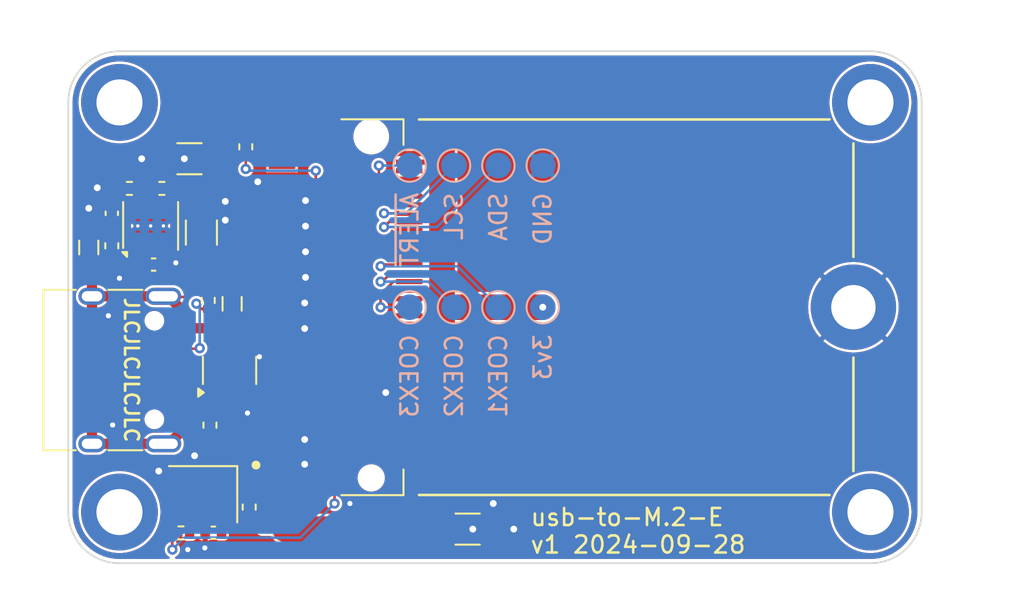
<source format=kicad_pcb>
(kicad_pcb (version 20240108) (generator "pcbnew") (generator_version "8.0")
  (layers (0 "F.Cu" signal) (31 "B.Cu" signal) (34 "B.Paste" user) (35 "F.Paste" user) (36 "B.SilkS" user "B.Silkscreen") (37 "F.SilkS" user "F.Silkscreen") (38 "B.Mask" user) (39 "F.Mask" user) (44 "Edge.Cuts" user))
  (net 0 "")
  (net 1 "Net-(U1-VP)")
  (net 2 "Net-(U2-VIN)")
  (net 3 "GND")
  (net 8 "/USB_D-")
  (net 9 "/USB_D+")
  (net 10 "Net-(J1-CC2)")
  (net 11 "Net-(J1-CC1)")
  (net 14 "Net-(J2-~{PERST0})")
  (net 15 "+3V3")
  (net 18 "Net-(J2-COEX3)")
  (net 23 "Net-(J2-I2C_DATA)")
  (net 26 "/SUSCLK")
  (net 31 "Net-(J2-COEX2)")
  (net 33 "Net-(J2-COEX1)")
  (net 42 "Net-(J2-~{ALERT})")
  (net 47 "Net-(J2-I2C_CLK)")
  (net 65 "Net-(X1-OUT)")
  (net 66 "Net-(U2-EN)")
  (net 67 "Net-(U2-FB)")
  (net 69 "Net-(U2-SS{slash}TR)")
  (net 72 "/USB_GND")
  (net 73 "Net-(X1-EN)")
  (footprint "local:JAE_SM3ZS067UxxM" (layer "F.Cu") (at 135 83 90)
    (property "Reference" "J2" (hide yes))
    (property "Value" "Bus_M.2_Socket_E")
    (fp_line (start 11.01 0) (end 11.01 3.64) (stroke (width 0.12)) (layer "F.SilkS"))
    (fp_line (start -11.01 0) (end -11.01 3.64) (stroke (width 0.12)) (layer "F.SilkS"))
    (fp_line (start 11.01 3.64) (end 9.51 3.64) (stroke (width 0.12)) (layer "F.SilkS"))
    (fp_line (start -11.01 3.64) (end -9.51 3.64) (stroke (width 0.12)) (layer "F.SilkS"))
    (fp_circle (center -9.25 -5) (end -9.05 -5) (stroke (width 0.12)) (fill solid) (layer "F.SilkS"))
    (pad "" np_thru_hole circle (at -10 1.75 90) (size 1.1 1.1) (drill 1.1) (layers "F&B.Cu" "*.Mask"))
    (pad "" np_thru_hole circle (at 10 1.75 90) (size 1.6 1.6) (drill 1.6) (layers "F&B.Cu" "*.Mask"))
    (pad "1" smd rect (at -9.25 -3.475 90) (size 0.3 1.55) (layers "F.Cu" "F.Paste" "F.Mask") (net 3 "GND"))
    (pad "2" smd rect (at -9 3.975 90) (size 0.3 1.55) (layers "F.Cu" "F.Paste" "F.Mask") (net 15 "+3V3"))
    (pad "3" smd rect (at -8.75 -3.475 90) (size 0.3 1.55) (layers "F.Cu" "F.Paste" "F.Mask") (net 9 "/USB_D+"))
    (pad "4" smd rect (at -8.5 3.975 90) (size 0.3 1.55) (layers "F.Cu" "F.Paste" "F.Mask") (net 15 "+3V3"))
    (pad "5" smd rect (at -8.25 -3.475 90) (size 0.3 1.55) (layers "F.Cu" "F.Paste" "F.Mask") (net 8 "/USB_D-"))
    (pad "6" smd rect (at -8 3.975 90) (size 0.3 1.55) (layers "F.Cu" "F.Paste" "F.Mask"))
    (pad "7" smd rect (at -7.75 -3.475 90) (size 0.3 1.55) (layers "F.Cu" "F.Paste" "F.Mask") (net 3 "GND"))
    (pad "8" smd rect (at -7.5 3.975 90) (size 0.3 1.55) (layers "F.Cu" "F.Paste" "F.Mask"))
    (pad "9" smd rect (at -7.25 -3.475 90) (size 0.3 1.55) (layers "F.Cu" "F.Paste" "F.Mask"))
    (pad "10" smd rect (at -7 3.975 90) (size 0.3 1.55) (layers "F.Cu" "F.Paste" "F.Mask"))
    (pad "11" smd rect (at -6.75 -3.475 90) (size 0.3 1.55) (layers "F.Cu" "F.Paste" "F.Mask"))
    (pad "12" smd rect (at -6.5 3.975 90) (size 0.3 1.55) (layers "F.Cu" "F.Paste" "F.Mask"))
    (pad "13" smd rect (at -6.25 -3.475 90) (size 0.3 1.55) (layers "F.Cu" "F.Paste" "F.Mask"))
    (pad "14" smd rect (at -6 3.975 90) (size 0.3 1.55) (layers "F.Cu" "F.Paste" "F.Mask"))
    (pad "15" smd rect (at -5.75 -3.475 90) (size 0.3 1.55) (layers "F.Cu" "F.Paste" "F.Mask"))
    (pad "16" smd rect (at -5.5 3.975 90) (size 0.3 1.55) (layers "F.Cu" "F.Paste" "F.Mask"))
    (pad "17" smd rect (at -5.25 -3.475 90) (size 0.3 1.55) (layers "F.Cu" "F.Paste" "F.Mask"))
    (pad "18" smd rect (at -5 3.975 90) (size 0.3 1.55) (layers "F.Cu" "F.Paste" "F.Mask") (net 3 "GND"))
    (pad "19" smd rect (at -4.75 -3.475 90) (size 0.3 1.55) (layers "F.Cu" "F.Paste" "F.Mask"))
    (pad "20" smd rect (at -4.5 3.975 90) (size 0.3 1.55) (layers "F.Cu" "F.Paste" "F.Mask"))
    (pad "21" smd rect (at -4.25 -3.475 90) (size 0.3 1.55) (layers "F.Cu" "F.Paste" "F.Mask"))
    (pad "22" smd rect (at -4 3.975 90) (size 0.3 1.55) (layers "F.Cu" "F.Paste" "F.Mask"))
    (pad "23" smd rect (at -3.75 -3.475 90) (size 0.3 1.55) (layers "F.Cu" "F.Paste" "F.Mask"))
    (pad "24" smd rect (at -3.5 3.975 90) (size 0.3 1.55) (layers "F.Cu" "F.Paste" "F.Mask"))
    (pad "25" smd rect (at -3.25 -3.475 90) (size 0.3 1.55) (layers "F.Cu" "F.Paste" "F.Mask"))
    (pad "26" smd rect (at -3 3.975 90) (size 0.3 1.55) (layers "F.Cu" "F.Paste" "F.Mask"))
    (pad "27" smd rect (at -2.75 -3.475 90) (size 0.3 1.55) (layers "F.Cu" "F.Paste" "F.Mask"))
    (pad "28" smd rect (at -2.5 3.975 90) (size 0.3 1.55) (layers "F.Cu" "F.Paste" "F.Mask"))
    (pad "29" smd rect (at -2.25 -3.475 90) (size 0.3 1.55) (layers "F.Cu" "F.Paste" "F.Mask"))
    (pad "30" smd rect (at -2 3.975 90) (size 0.3 1.55) (layers "F.Cu" "F.Paste" "F.Mask"))
    (pad "31" smd rect (at -1.75 -3.475 90) (size 0.3 1.55) (layers "F.Cu" "F.Paste" "F.Mask"))
    (pad "32" smd rect (at -1.5 3.975 90) (size 0.3 1.55) (layers "F.Cu" "F.Paste" "F.Mask"))
    (pad "33" smd rect (at -1.25 -3.475 90) (size 0.3 1.55) (layers "F.Cu" "F.Paste" "F.Mask") (net 3 "GND"))
    (pad "34" smd rect (at -1 3.975 90) (size 0.3 1.55) (layers "F.Cu" "F.Paste" "F.Mask"))
    (pad "35" smd rect (at -0.75 -3.475 90) (size 0.3 1.55) (layers "F.Cu" "F.Paste" "F.Mask"))
    (pad "36" smd rect (at -0.5 3.975 90) (size 0.3 1.55) (layers "F.Cu" "F.Paste" "F.Mask"))
    (pad "37" smd rect (at -0.25 -3.475 90) (size 0.3 1.55) (layers "F.Cu" "F.Paste" "F.Mask"))
    (pad "38" smd rect (at 0 3.975 90) (size 0.3 1.55) (layers "F.Cu" "F.Paste" "F.Mask"))
    (pad "39" smd rect (at 0.25 -3.475 90) (size 0.3 1.55) (layers "F.Cu" "F.Paste" "F.Mask") (net 3 "GND"))
    (pad "40" smd rect (at 0.5 3.975 90) (size 0.3 1.55) (layers "F.Cu" "F.Paste" "F.Mask"))
    (pad "41" smd rect (at 0.75 -3.475 90) (size 0.3 1.55) (layers "F.Cu" "F.Paste" "F.Mask"))
    (pad "42" smd rect (at 1 3.975 90) (size 0.3 1.55) (layers "F.Cu" "F.Paste" "F.Mask"))
    (pad "43" smd rect (at 1.25 -3.475 90) (size 0.3 1.55) (layers "F.Cu" "F.Paste" "F.Mask"))
    (pad "44" smd rect (at 1.5 3.975 90) (size 0.3 1.55) (layers "F.Cu" "F.Paste" "F.Mask") (net 18 "Net-(J2-COEX3)"))
    (pad "45" smd rect (at 1.75 -3.475 90) (size 0.3 1.55) (layers "F.Cu" "F.Paste" "F.Mask") (net 3 "GND"))
    (pad "46" smd rect (at 2 3.975 90) (size 0.3 1.55) (layers "F.Cu" "F.Paste" "F.Mask") (net 31 "Net-(J2-COEX2)"))
    (pad "47" smd rect (at 2.25 -3.475 90) (size 0.3 1.55) (layers "F.Cu" "F.Paste" "F.Mask"))
    (pad "48" smd rect (at 2.5 3.975 90) (size 0.3 1.55) (layers "F.Cu" "F.Paste" "F.Mask") (net 33 "Net-(J2-COEX1)"))
    (pad "49" smd rect (at 2.75 -3.475 90) (size 0.3 1.55) (layers "F.Cu" "F.Paste" "F.Mask"))
    (pad "50" smd rect (at 3 3.975 90) (size 0.3 1.55) (layers "F.Cu" "F.Paste" "F.Mask") (net 26 "/SUSCLK"))
    (pad "51" smd rect (at 3.25 -3.475 90) (size 0.3 1.55) (layers "F.Cu" "F.Paste" "F.Mask") (net 3 "GND"))
    (pad "52" smd rect (at 3.5 3.975 90) (size 0.3 1.55) (layers "F.Cu" "F.Paste" "F.Mask") (net 14 "Net-(J2-~{PERST0})"))
    (pad "53" smd rect (at 3.75 -3.475 90) (size 0.3 1.55) (layers "F.Cu" "F.Paste" "F.Mask"))
    (pad "54" smd rect (at 4 3.975 90) (size 0.3 1.55) (layers "F.Cu" "F.Paste" "F.Mask"))
    (pad "55" smd rect (at 4.25 -3.475 90) (size 0.3 1.55) (layers "F.Cu" "F.Paste" "F.Mask"))
    (pad "56" smd rect (at 4.5 3.975 90) (size 0.3 1.55) (layers "F.Cu" "F.Paste" "F.Mask"))
    (pad "57" smd rect (at 4.75 -3.475 90) (size 0.3 1.55) (layers "F.Cu" "F.Paste" "F.Mask") (net 3 "GND"))
    (pad "58" smd rect (at 5 3.975 90) (size 0.3 1.55) (layers "F.Cu" "F.Paste" "F.Mask") (net 23 "Net-(J2-I2C_DATA)"))
    (pad "59" smd rect (at 5.25 -3.475 90) (size 0.3 1.55) (layers "F.Cu" "F.Paste" "F.Mask"))
    (pad "60" smd rect (at 5.5 3.975 90) (size 0.3 1.55) (layers "F.Cu" "F.Paste" "F.Mask") (net 47 "Net-(J2-I2C_CLK)"))
    (pad "61" smd rect (at 5.75 -3.475 90) (size 0.3 1.55) (layers "F.Cu" "F.Paste" "F.Mask"))
    (pad "62" smd rect (at 6 3.975 90) (size 0.3 1.55) (layers "F.Cu" "F.Paste" "F.Mask") (net 42 "Net-(J2-~{ALERT})"))
    (pad "63" smd rect (at 6.25 -3.475 90) (size 0.3 1.55) (layers "F.Cu" "F.Paste" "F.Mask") (net 3 "GND"))
    (pad "64" smd rect (at 6.5 3.975 90) (size 0.3 1.55) (layers "F.Cu" "F.Paste" "F.Mask"))
    (pad "65" smd rect (at 6.75 -3.475 90) (size 0.3 1.55) (layers "F.Cu" "F.Paste" "F.Mask"))
    (pad "66" smd rect (at 7 3.975 90) (size 0.3 1.55) (layers "F.Cu" "F.Paste" "F.Mask"))
    (pad "67" smd rect (at 7.25 -3.475 90) (size 0.3 1.55) (layers "F.Cu" "F.Paste" "F.Mask"))
    (pad "68" smd rect (at 7.5 3.975 90) (size 0.3 1.55) (layers "F.Cu" "F.Paste" "F.Mask"))
    (pad "69" smd rect (at 7.75 -3.475 90) (size 0.3 1.55) (layers "F.Cu" "F.Paste" "F.Mask") (net 3 "GND"))
    (pad "70" smd rect (at 8 3.975 90) (size 0.3 1.55) (layers "F.Cu" "F.Paste" "F.Mask"))
    (pad "71" smd rect (at 8.25 -3.475 90) (size 0.3 1.55) (layers "F.Cu" "F.Paste" "F.Mask"))
    (pad "72" smd rect (at 8.5 3.975 90) (size 0.3 1.55) (layers "F.Cu" "F.Paste" "F.Mask") (net 15 "+3V3"))
    (pad "73" smd rect (at 8.75 -3.475 90) (size 0.3 1.55) (layers "F.Cu" "F.Paste" "F.Mask"))
    (pad "74" smd rect (at 9 3.975 90) (size 0.3 1.55) (layers "F.Cu" "F.Paste" "F.Mask") (net 15 "+3V3"))
    (pad "75" smd rect (at 9.25 -3.475 90) (size 0.3 1.55) (layers "F.Cu" "F.Paste" "F.Mask") (net 3 "GND"))
    (pad "MP" smd rect (at -10.35 -2.75 90) (size 1.2 2.75) (layers "F.Cu" "F.Paste" "F.Mask"))
    (pad "MP" smd rect (at 10.35 -2.75 90) (size 1.2 2.75) (layers "F.Cu" "F.Paste" "F.Mask"))
  )
  (footprint "Capacitor_SMD:C_0402_1005Metric" (layer "F.Cu") (at 121.55 77.5 -90)
    (property "Reference" "C4" (hide yes))
    (property "Value" "100n")
    (fp_line (start -0.107836 0.36) (end 0.107836 0.36) (stroke (width 0.12)) (layer "F.SilkS"))
    (fp_line (start -0.107836 -0.36) (end 0.107836 -0.36) (stroke (width 0.12)) (layer "F.SilkS"))
    (pad "1" smd roundrect (at -0.48 0 270) (size 0.56 0.62) (layers "F.Cu" "F.Paste" "F.Mask") (net 69 "Net-(U2-SS{slash}TR)"))
    (pad "2" smd roundrect (at 0.48 0 270) (size 0.56 0.62) (layers "F.Cu" "F.Paste" "F.Mask") (net 3 "GND"))
  )
  (footprint "Resistor_SMD:R_0402_1005Metric" (layer "F.Cu") (at 125.6 96.22 180)
    (property "Reference" "R4" (hide yes))
    (property "Value" "33R")
    (fp_line (start -0.153641 0.38) (end 0.153641 0.38) (stroke (width 0.12)) (layer "F.SilkS"))
    (fp_line (start -0.153641 -0.38) (end 0.153641 -0.38) (stroke (width 0.12)) (layer "F.SilkS"))
    (pad "1" smd roundrect (at -0.51 0 180) (size 0.54 0.64) (layers "F.Cu" "F.Paste" "F.Mask") (net 65 "Net-(X1-OUT)"))
    (pad "2" smd roundrect (at 0.51 0 180) (size 0.54 0.64) (layers "F.Cu" "F.Paste" "F.Mask") (net 26 "/SUSCLK"))
  )
  (footprint "Resistor_SMD:R_0402_1005Metric" (layer "F.Cu") (at 124.485 76.0375 180)
    (property "Reference" "R6" (hide yes))
    (property "Value" "75k")
    (fp_line (start -0.153641 0.38) (end 0.153641 0.38) (stroke (width 0.12)) (layer "F.SilkS"))
    (fp_line (start -0.153641 -0.38) (end 0.153641 -0.38) (stroke (width 0.12)) (layer "F.SilkS"))
    (pad "1" smd roundrect (at -0.51 0 180) (size 0.54 0.64) (layers "F.Cu" "F.Paste" "F.Mask") (net 15 "+3V3"))
    (pad "2" smd roundrect (at 0.51 0 180) (size 0.54 0.64) (layers "F.Cu" "F.Paste" "F.Mask") (net 67 "Net-(U2-FB)"))
  )
  (footprint "Resistor_SMD:R_0402_1005Metric" (layer "F.Cu") (at 121.55 79.4 90)
    (property "Reference" "R5" (hide yes))
    (property "Value" "10k")
    (fp_line (start -0.153641 -0.38) (end 0.153641 -0.38) (stroke (width 0.12)) (layer "F.SilkS"))
    (fp_line (start -0.153641 0.38) (end 0.153641 0.38) (stroke (width 0.12)) (layer "F.SilkS"))
    (pad "1" smd roundrect (at -0.51 0 90) (size 0.54 0.64) (layers "F.Cu" "F.Paste" "F.Mask") (net 2 "Net-(U2-VIN)"))
    (pad "2" smd roundrect (at 0.51 0 90) (size 0.54 0.64) (layers "F.Cu" "F.Paste" "F.Mask") (net 66 "Net-(U2-EN)"))
  )
  (footprint "Resistor_SMD:R_0402_1005Metric" (layer "F.Cu") (at 129.6 94.71 90)
    (property "Reference" "R3" (hide yes))
    (property "Value" "10k")
    (fp_line (start -0.153641 -0.38) (end 0.153641 -0.38) (stroke (width 0.12)) (layer "F.SilkS"))
    (fp_line (start -0.153641 0.38) (end 0.153641 0.38) (stroke (width 0.12)) (layer "F.SilkS"))
    (pad "1" smd roundrect (at -0.51 0 90) (size 0.54 0.64) (layers "F.Cu" "F.Paste" "F.Mask") (net 15 "+3V3"))
    (pad "2" smd roundrect (at 0.51 0 90) (size 0.54 0.64) (layers "F.Cu" "F.Paste" "F.Mask") (net 73 "Net-(X1-EN)"))
  )
  (footprint "Resistor_SMD:R_0402_1005Metric" (layer "F.Cu") (at 129.4 73.6 -90)
    (property "Reference" "R8" (hide yes))
    (property "Value" "10k")
    (fp_line (start -0.153641 0.38) (end 0.153641 0.38) (stroke (width 0.12)) (layer "F.SilkS"))
    (fp_line (start -0.153641 -0.38) (end 0.153641 -0.38) (stroke (width 0.12)) (layer "F.SilkS"))
    (pad "1" smd roundrect (at -0.51 0 270) (size 0.54 0.64) (layers "F.Cu" "F.Paste" "F.Mask") (net 15 "+3V3"))
    (pad "2" smd roundrect (at 0.51 0 270) (size 0.54 0.64) (layers "F.Cu" "F.Paste" "F.Mask") (net 14 "Net-(J2-~{PERST0})"))
  )
  (footprint "MountingHole:MountingHole_2.7mm_M2.5_ISO14580_Pad" (layer "F.Cu") (at 122 71)
    (property "Reference" "H1" (hide yes))
    (property "Value" "MountingHole_Pad")
    (pad "1" thru_hole circle (at 0 0) (size 4.5 4.5) (drill 2.7) (layers "*.Cu" "*.Mask"))
  )
  (footprint "Capacitor_SMD:C_0402_1005Metric" (layer "F.Cu") (at 127.5 96.21 180)
    (property "Reference" "C1" (hide yes))
    (property "Value" "100n")
    (fp_line (start -0.107836 0.36) (end 0.107836 0.36) (stroke (width 0.12)) (layer "F.SilkS"))
    (fp_line (start -0.107836 -0.36) (end 0.107836 -0.36) (stroke (width 0.12)) (layer "F.SilkS"))
    (pad "1" smd roundrect (at -0.48 0 180) (size 0.56 0.62) (layers "F.Cu" "F.Paste" "F.Mask") (net 15 "+3V3"))
    (pad "2" smd roundrect (at 0.48 0 180) (size 0.56 0.62) (layers "F.Cu" "F.Paste" "F.Mask") (net 3 "GND"))
  )
  (footprint "Capacitor_SMD:C_1206_3216Metric" (layer "F.Cu") (at 126.1 74.3 180)
    (property "Reference" "C5" (hide yes))
    (property "Value" "22u")
    (fp_line (start -0.711252 0.91) (end 0.711252 0.91) (stroke (width 0.12)) (layer "F.SilkS"))
    (fp_line (start -0.711252 -0.91) (end 0.711252 -0.91) (stroke (width 0.12)) (layer "F.SilkS"))
    (pad "1" smd roundrect (at -1.475 0 180) (size 1.15 1.8) (layers "F.Cu" "F.Paste" "F.Mask") (roundrect_rratio 0.217391) (net 15 "+3V3"))
    (pad "2" smd roundrect (at 1.475 0 180) (size 1.15 1.8) (layers "F.Cu" "F.Paste" "F.Mask") (roundrect_rratio 0.217391) (net 3 "GND"))
  )
  (footprint "Resistor_SMD:R_0402_1005Metric" (layer "F.Cu") (at 127.2 82.6 90)
    (property "Reference" "R1" (hide yes))
    (property "Value" "5k1")
    (fp_line (start -0.153641 -0.38) (end 0.153641 -0.38) (stroke (width 0.12)) (layer "F.SilkS"))
    (fp_line (start -0.153641 0.38) (end 0.153641 0.38) (stroke (width 0.12)) (layer "F.SilkS"))
    (pad "1" smd roundrect (at -0.51 0 90) (size 0.54 0.64) (layers "F.Cu" "F.Paste" "F.Mask") (net 11 "Net-(J1-CC1)"))
    (pad "2" smd roundrect (at 0.51 0 90) (size 0.54 0.64) (layers "F.Cu" "F.Paste" "F.Mask") (net 72 "/USB_GND"))
  )
  (footprint "MountingHole:MountingHole_2.7mm_M2.5_ISO14580_Pad" (layer "F.Cu") (at 166 95)
    (property "Reference" "H3" (hide yes))
    (property "Value" "MountingHole_Pad")
    (pad "1" thru_hole circle (at 0 0) (size 4.5 4.5) (drill 2.7) (layers "*.Cu" "*.Mask"))
  )
  (footprint "Resistor_SMD:R_0402_1005Metric" (layer "F.Cu") (at 127.3 89.91 -90)
    (property "Reference" "R2" (hide yes))
    (property "Value" "5k1")
    (fp_line (start -0.153641 0.38) (end 0.153641 0.38) (stroke (width 0.12)) (layer "F.SilkS"))
    (fp_line (start -0.153641 -0.38) (end 0.153641 -0.38) (stroke (width 0.12)) (layer "F.SilkS"))
    (pad "1" smd roundrect (at -0.51 0 270) (size 0.54 0.64) (layers "F.Cu" "F.Paste" "F.Mask") (net 10 "Net-(J1-CC2)"))
    (pad "2" smd roundrect (at 0.51 0 270) (size 0.54 0.64) (layers "F.Cu" "F.Paste" "F.Mask") (net 72 "/USB_GND"))
  )
  (footprint "Resistor_SMD:R_0402_1005Metric" (layer "F.Cu") (at 122.585 76.0375 180)
    (property "Reference" "R7" (hide yes))
    (property "Value" "24k")
    (fp_line (start -0.153641 0.38) (end 0.153641 0.38) (stroke (width 0.12)) (layer "F.SilkS"))
    (fp_line (start -0.153641 -0.38) (end 0.153641 -0.38) (stroke (width 0.12)) (layer "F.SilkS"))
    (pad "1" smd roundrect (at -0.51 0 180) (size 0.54 0.64) (layers "F.Cu" "F.Paste" "F.Mask") (net 67 "Net-(U2-FB)"))
    (pad "2" smd roundrect (at 0.51 0 180) (size 0.54 0.64) (layers "F.Cu" "F.Paste" "F.Mask") (net 3 "GND"))
  )
  (footprint "Package_LGA:Texas_SIL0008D_MicroSiP-8-1EP_2.8x3mm_P0.65mm_EP1.1x1.9mm_ThermalVias" (layer "F.Cu") (at 123.825 78.2375 90)
    (property "Reference" "U2" (hide yes))
    (property "Value" "TPS82140")
    (fp_line (start -1.29 -1.61) (end 1.4 -1.61) (stroke (width 0.12)) (layer "F.SilkS"))
    (fp_line (start -1.4 1.61) (end 1.4 1.61) (stroke (width 0.12)) (layer "F.SilkS"))
    (fp_poly (pts (xy -1.53 -1.38) (xy -1.81 -1.38) (xy -1.53 -1.66) (xy -1.53 -1.38)) (stroke (width 0.12)) (fill solid) (layer "F.SilkS"))
    (pad "1" smd roundrect (at -1.0625 -0.975 90) (size 0.625 0.5) (layers "F.Cu" "F.Paste" "F.Mask") (net 66 "Net-(U2-EN)"))
    (pad "2" smd roundrect (at -1.0625 -0.325 90) (size 0.625 0.5) (layers "F.Cu" "F.Paste" "F.Mask") (net 2 "Net-(U2-VIN)"))
    (pad "3" smd roundrect (at -1.0625 0.325 90) (size 0.625 0.5) (layers "F.Cu" "F.Paste" "F.Mask") (net 3 "GND"))
    (pad "4" smd roundrect (at -1.0625 0.975 90) (size 0.625 0.5) (layers "F.Cu" "F.Paste" "F.Mask") (net 15 "+3V3"))
    (pad "5" smd roundrect (at 1.0625 0.975 90) (size 0.625 0.5) (layers "F.Cu" "F.Paste" "F.Mask") (net 15 "+3V3"))
    (pad "6" smd roundrect (at 1.0625 0.325 90) (size 0.625 0.5) (layers "F.Cu" "F.Paste" "F.Mask") (net 67 "Net-(U2-FB)"))
    (pad "7" smd roundrect (at 1.0625 -0.325 90) (size 0.625 0.5) (layers "F.Cu" "F.Paste" "F.Mask"))
    (pad "8" smd roundrect (at 1.0625 -0.975 90) (size 0.625 0.5) (layers "F.Cu" "F.Paste" "F.Mask") (net 69 "Net-(U2-SS{slash}TR)"))
    (pad "9" thru_hole circle (at 0 -0.75 90) (size 0.5 0.5) (drill 0.2) (property pad_prop_heatsink) (layers "*.Cu") (net 3 "GND"))
    (pad "9" thru_hole circle (at 0 0 90) (size 0.5 0.5) (drill 0.2) (property pad_prop_heatsink) (layers "*.Cu") (net 3 "GND"))
    (pad "9" smd rect (at 0 0 90) (size 0.5 2) (property pad_prop_heatsink) (layers "B.Cu") (net 3 "GND"))
    (pad "9" smd rect (at 0 0 90) (size 1.1 1.9) (property pad_prop_heatsink) (layers "F.Cu" "F.Mask") (net 3 "GND"))
    (pad "9" thru_hole circle (at 0 0.75 90) (size 0.5 0.5) (drill 0.2) (property pad_prop_heatsink) (layers "*.Cu") (net 3 "GND"))
  )
  (footprint "MountingHole:MountingHole_2.7mm_M2.5_ISO14580_Pad" (layer "F.Cu") (at 166 71)
    (property "Reference" "H2" (hide yes))
    (property "Value" "MountingHole_Pad")
    (pad "1" thru_hole circle (at 0 0) (size 4.5 4.5) (drill 2.7) (layers "*.Cu" "*.Mask"))
  )
  (footprint "Capacitor_SMD:C_1206_3216Metric" (layer "F.Cu") (at 126.8 78.625 90)
    (property "Reference" "C2" (hide yes))
    (property "Value" "22u")
    (fp_line (start -0.711252 -0.91) (end 0.711252 -0.91) (stroke (width 0.12)) (layer "F.SilkS"))
    (fp_line (start -0.711252 0.91) (end 0.711252 0.91) (stroke (width 0.12)) (layer "F.SilkS"))
    (pad "1" smd roundrect (at -1.475 0 90) (size 1.15 1.8) (layers "F.Cu" "F.Paste" "F.Mask") (roundrect_rratio 0.217391) (net 2 "Net-(U2-VIN)"))
    (pad "2" smd roundrect (at 1.475 0 90) (size 1.15 1.8) (layers "F.Cu" "F.Paste" "F.Mask") (roundrect_rratio 0.217391) (net 3 "GND"))
  )
  (footprint "Capacitor_SMD:C_0402_1005Metric" (layer "F.Cu") (at 124 80.5)
    (property "Reference" "C3" (hide yes))
    (property "Value" "100n")
    (fp_line (start -0.107836 -0.36) (end 0.107836 -0.36) (stroke (width 0.12)) (layer "F.SilkS"))
    (fp_line (start -0.107836 0.36) (end 0.107836 0.36) (stroke (width 0.12)) (layer "F.SilkS"))
    (pad "1" smd roundrect (at -0.48 0) (size 0.56 0.62) (layers "F.Cu" "F.Paste" "F.Mask") (net 2 "Net-(U2-VIN)"))
    (pad "2" smd roundrect (at 0.48 0) (size 0.56 0.62) (layers "F.Cu" "F.Paste" "F.Mask") (net 3 "GND"))
  )
  (footprint "Connector_USB:USB_C_Receptacle_HRO_TYPE-C-31-M-12" (layer "F.Cu") (at 121.44 86.68 -90)
    (property "Reference" "J1" (hide yes))
    (property "Value" "USB_C_Receptacle_USB2.0_16P")
    (fp_line (start -4.7 3.9) (end 4.7 3.9) (stroke (width 0.12)) (layer "F.SilkS"))
    (fp_line (start -4.7 2) (end -4.7 3.9) (stroke (width 0.12)) (layer "F.SilkS"))
    (fp_line (start 4.7 2) (end 4.7 3.9) (stroke (width 0.12)) (layer "F.SilkS"))
    (fp_line (start -4.7 -1.9) (end -4.7 0.1) (stroke (width 0.12)) (layer "F.SilkS"))
    (fp_line (start 4.7 -1.9) (end 4.7 0.1) (stroke (width 0.12)) (layer "F.SilkS"))
    (pad "" np_thru_hole circle (at -2.89 -2.6 270) (size 0.65 0.65) (drill 0.65) (layers "*.Cu" "*.Mask"))
    (pad "" np_thru_hole circle (at 2.89 -2.6 270) (size 0.65 0.65) (drill 0.65) (layers "*.Cu" "*.Mask"))
    (pad "A1" smd rect (at -3.25 -4.045 270) (size 0.6 1.45) (layers "F.Cu" "F.Paste" "F.Mask") (net 72 "/USB_GND"))
    (pad "A4" smd rect (at -2.45 -4.045 270) (size 0.6 1.45) (layers "F.Cu" "F.Paste" "F.Mask") (net 1 "Net-(U1-VP)"))
    (pad "A5" smd rect (at -1.25 -4.045 270) (size 0.3 1.45) (layers "F.Cu" "F.Paste" "F.Mask") (net 11 "Net-(J1-CC1)"))
    (pad "A6" smd rect (at -0.25 -4.045 270) (size 0.3 1.45) (layers "F.Cu" "F.Paste" "F.Mask") (net 9 "/USB_D+"))
    (pad "A7" smd rect (at 0.25 -4.045 270) (size 0.3 1.45) (layers "F.Cu" "F.Paste" "F.Mask") (net 8 "/USB_D-"))
    (pad "A8" smd rect (at 1.25 -4.045 270) (size 0.3 1.45) (layers "F.Cu" "F.Paste" "F.Mask"))
    (pad "A9" smd rect (at 2.45 -4.045 270) (size 0.6 1.45) (layers "F.Cu" "F.Paste" "F.Mask") (net 1 "Net-(U1-VP)"))
    (pad "A12" smd rect (at 3.25 -4.045 270) (size 0.6 1.45) (layers "F.Cu" "F.Paste" "F.Mask") (net 72 "/USB_GND"))
    (pad "B1" smd rect (at 3.25 -4.045 270) (size 0.6 1.45) (layers "F.Cu" "F.Paste" "F.Mask") (net 72 "/USB_GND"))
    (pad "B4" smd rect (at 2.45 -4.045 270) (size 0.6 1.45) (layers "F.Cu" "F.Paste" "F.Mask") (net 1 "Net-(U1-VP)"))
    (pad "B5" smd rect (at 1.75 -4.045 270) (size 0.3 1.45) (layers "F.Cu" "F.Paste" "F.Mask") (net 10 "Net-(J1-CC2)"))
    (pad "B6" smd rect (at 0.75 -4.045 270) (size 0.3 1.45) (layers "F.Cu" "F.Paste" "F.Mask") (net 9 "/USB_D+"))
    (pad "B7" smd rect (at -0.75 -4.045 270) (size 0.3 1.45) (layers "F.Cu" "F.Paste" "F.Mask") (net 8 "/USB_D-"))
    (pad "B8" smd rect (at -1.75 -4.045 270) (size 0.3 1.45) (layers "F.Cu" "F.Paste" "F.Mask"))
    (pad "B9" smd rect (at -2.45 -4.045 270) (size 0.6 1.45) (layers "F.Cu" "F.Paste" "F.Mask") (net 1 "Net-(U1-VP)"))
    (pad "B12" smd rect (at -3.25 -4.045 270) (size 0.6 1.45) (layers "F.Cu" "F.Paste" "F.Mask") (net 72 "/USB_GND"))
    (pad "S1" thru_hole oval (at -4.32 -3.13 270) (size 1 2.1) (drill oval 0.6 1.7) (layers "*.Cu" "*.Mask") (net 72 "/USB_GND"))
    (pad "S1" thru_hole oval (at -4.32 1.05 270) (size 1 1.6) (drill oval 0.6 1.2) (layers "*.Cu" "*.Mask") (net 72 "/USB_GND"))
    (pad "S1" thru_hole oval (at 4.32 -3.13 270) (size 1 2.1) (drill oval 0.6 1.7) (layers "*.Cu" "*.Mask") (net 72 "/USB_GND"))
    (pad "S1" thru_hole oval (at 4.32 1.05 270) (size 1 1.6) (drill oval 0.6 1.2) (layers "*.Cu" "*.Mask") (net 72 "/USB_GND"))
  )
  (footprint "Inductor_SMD:L_0805_2012Metric" (layer "F.Cu") (at 128.6 82.8 90)
    (property "Reference" "FB1" (hide yes))
    (property "Value" "120R @ 100MHz")
    (fp_line (start -0.399622 -0.56) (end 0.399622 -0.56) (stroke (width 0.12)) (layer "F.SilkS"))
    (fp_line (start -0.399622 0.56) (end 0.399622 0.56) (stroke (width 0.12)) (layer "F.SilkS"))
    (pad "1" smd roundrect (at -1.0625 0 90) (size 0.875 1.2) (layers "F.Cu" "F.Paste" "F.Mask") (net 1 "Net-(U1-VP)"))
    (pad "2" smd roundrect (at 1.0625 0 90) (size 0.875 1.2) (layers "F.Cu" "F.Paste" "F.Mask") (net 2 "Net-(U2-VIN)"))
  )
  (footprint "MountingHole:MountingHole_2.7mm_M2.5_ISO14580_Pad" (layer "F.Cu") (at 122 95)
    (property "Reference" "H4" (hide yes))
    (property "Value" "MountingHole_Pad")
    (pad "1" thru_hole circle (at 0 0) (size 4.5 4.5) (drill 2.7) (layers "*.Cu" "*.Mask"))
  )
  (footprint "local:JAE_SM3ZS067Uxxx-NUT1" (layer "F.Cu") (at 165 83)
    (property "Reference" "H5" (hide yes))
    (property "Value" "M.2 nut")
    (pad "1" thru_hole circle (at 0 0) (size 5 5) (drill 2.6) (layers "*.Cu" "*.Mask") (net 3 "GND"))
  )
  (footprint "Capacitor_SMD:C_1206_3216Metric" (layer "F.Cu") (at 142.4 96)
    (property "Reference" "C6" (hide yes))
    (property "Value" "22u")
    (fp_line (start -0.711252 -0.91) (end 0.711252 -0.91) (stroke (width 0.12)) (layer "F.SilkS"))
    (fp_line (start -0.711252 0.91) (end 0.711252 0.91) (stroke (width 0.12)) (layer "F.SilkS"))
    (pad "1" smd roundrect (at -1.475 0) (size 1.15 1.8) (layers "F.Cu" "F.Paste" "F.Mask") (roundrect_rratio 0.217391) (net 15 "+3V3"))
    (pad "2" smd roundrect (at 1.475 0) (size 1.15 1.8) (layers "F.Cu" "F.Paste" "F.Mask") (roundrect_rratio 0.217391) (net 3 "GND"))
  )
  (footprint "Inductor_SMD:L_0805_2012Metric" (layer "F.Cu") (at 120.2 79.5 -90)
    (property "Reference" "FB2" (hide yes))
    (property "Value" "120R @ 100MHz")
    (fp_line (start -0.399622 0.56) (end 0.399622 0.56) (stroke (width 0.12)) (layer "F.SilkS"))
    (fp_line (start -0.399622 -0.56) (end 0.399622 -0.56) (stroke (width 0.12)) (layer "F.SilkS"))
    (pad "1" smd roundrect (at -1.0625 0 270) (size 0.875 1.2) (layers "F.Cu" "F.Paste" "F.Mask") (net 3 "GND"))
    (pad "2" smd roundrect (at 1.0625 0 270) (size 0.875 1.2) (layers "F.Cu" "F.Paste" "F.Mask") (net 72 "/USB_GND"))
  )
  (footprint "Package_TO_SOT_SMD:SOT-23-6" (layer "F.Cu") (at 128.45 86.7 90)
    (property "Reference" "U1" (hide yes))
    (property "Value" "SRV05-4")
    (fp_line (start 0 -1.56) (end 0.8 -1.56) (stroke (width 0.12)) (layer "F.SilkS"))
    (fp_line (start 0 -1.56) (end -0.8 -1.56) (stroke (width 0.12)) (layer "F.SilkS"))
    (fp_line (start 0 1.56) (end 0.8 1.56) (stroke (width 0.12)) (layer "F.SilkS"))
    (fp_line (start 0 1.56) (end -0.8 1.56) (stroke (width 0.12)) (layer "F.SilkS"))
    (fp_poly (pts (xy -1.3 -1.51) (xy -1.54 -1.84) (xy -1.06 -1.84) (xy -1.3 -1.51)) (stroke (width 0.12)) (fill solid) (layer "F.SilkS"))
    (pad "1" smd roundrect (at -1.1375 -0.95 90) (size 1.325 0.6) (layers "F.Cu" "F.Paste" "F.Mask"))
    (pad "2" smd roundrect (at -1.1375 0 90) (size 1.325 0.6) (layers "F.Cu" "F.Paste" "F.Mask") (net 72 "/USB_GND"))
    (pad "3" smd roundrect (at -1.1375 0.95 90) (size 1.325 0.6) (layers "F.Cu" "F.Paste" "F.Mask") (net 9 "/USB_D+"))
    (pad "4" smd roundrect (at 1.1375 0.95 90) (size 1.325 0.6) (layers "F.Cu" "F.Paste" "F.Mask") (net 8 "/USB_D-"))
    (pad "5" smd roundrect (at 1.1375 0 90) (size 1.325 0.6) (layers "F.Cu" "F.Paste" "F.Mask") (net 1 "Net-(U1-VP)"))
    (pad "6" smd roundrect (at 1.1375 -0.95 90) (size 1.325 0.6) (layers "F.Cu" "F.Paste" "F.Mask"))
  )
  (footprint "Crystal:Crystal_SMD_3225-4Pin_3.2x2.5mm" (layer "F.Cu") (at 126.9 93.96 180)
    (property "Reference" "X1" (hide yes))
    (property "Value" "32.768kHz")
    (fp_line (start -2 1.65) (end 2 1.65) (stroke (width 0.12)) (layer "F.SilkS"))
    (fp_line (start -2 -1.65) (end -2 1.65) (stroke (width 0.12)) (layer "F.SilkS"))
    (pad "1" smd rect (at -1.1 0.85 180) (size 1.4 1.2) (layers "F.Cu" "F.Paste" "F.Mask") (net 73 "Net-(X1-EN)"))
    (pad "2" smd rect (at 1.1 0.85 180) (size 1.4 1.2) (layers "F.Cu" "F.Paste" "F.Mask") (net 3 "GND"))
    (pad "3" smd rect (at 1.1 -0.85 180) (size 1.4 1.2) (layers "F.Cu" "F.Paste" "F.Mask") (net 65 "Net-(X1-OUT)"))
    (pad "4" smd rect (at -1.1 -0.85 180) (size 1.4 1.2) (layers "F.Cu" "F.Paste" "F.Mask") (net 15 "+3V3"))
  )
  (footprint "TestPoint:TestPoint_Pad_D1.5mm" (layer "B.Cu") (at 144.2 74.7 90)
    (property "Reference" "TP1" (hide yes))
    (property "Value" "SDA" (at -1.5 0 90) (layer "B.SilkS") (effects (justify left mirror)))
    (fp_circle (center 0 0) (end 0 -0.95) (stroke (width 0.12)) (fill none) (layer "B.SilkS"))
    (pad "1" smd circle (at 0 0 90) (size 1.5 1.5) (layers "B.Cu" "B.Mask") (net 23 "Net-(J2-I2C_DATA)"))
  )
  (footprint "TestPoint:TestPoint_Pad_D1.5mm" (layer "B.Cu") (at 146.8 83)
    (property "Reference" "TP7" (hide yes))
    (property "Value" "3v3" (at 0 1.5 -90) (layer "B.SilkS") (effects (justify left mirror)))
    (fp_circle (center 0 0) (end 0 -0.95) (stroke (width 0.12)) (fill none) (layer "B.SilkS"))
    (pad "1" smd circle (at 0 0) (size 1.5 1.5) (layers "B.Cu" "B.Mask") (net 15 "+3V3"))
  )
  (footprint "TestPoint:TestPoint_Pad_D1.5mm" (layer "B.Cu") (at 146.8 74.7 180)
    (property "Reference" "TP8" (hide yes))
    (property "Value" "GND" (at 0 -1.5 -90) (layer "B.SilkS") (effects (justify left mirror)))
    (fp_circle (center 0 0) (end 0 -0.95) (stroke (width 0.12)) (fill none) (layer "B.SilkS"))
    (pad "1" smd circle (at 0 0 180) (size 1.5 1.5) (layers "B.Cu" "B.Mask") (net 3 "GND"))
  )
  (footprint "TestPoint:TestPoint_Pad_D1.5mm" (layer "B.Cu") (at 144.2 83 90)
    (property "Reference" "TP4" (hide yes))
    (property "Value" "COEX1" (at -1.5 0 90) (layer "B.SilkS") (effects (justify left mirror)))
    (fp_circle (center 0 0) (end 0 -0.95) (stroke (width 0.12)) (fill none) (layer "B.SilkS"))
    (pad "1" smd circle (at 0 0 90) (size 1.5 1.5) (layers "B.Cu" "B.Mask") (net 33 "Net-(J2-COEX1)"))
  )
  (footprint "TestPoint:TestPoint_Pad_D1.5mm" (layer "B.Cu") (at 139 83 90)
    (property "Reference" "TP6" (hide yes))
    (property "Value" "COEX3" (at -1.5 0 90) (layer "B.SilkS") (effects (justify left mirror)))
    (fp_circle (center 0 0) (end 0 -0.95) (stroke (width 0.12)) (fill none) (layer "B.SilkS"))
    (pad "1" smd circle (at 0 0 90) (size 1.5 1.5) (layers "B.Cu" "B.Mask") (net 18 "Net-(J2-COEX3)"))
  )
  (footprint "TestPoint:TestPoint_Pad_D1.5mm" (layer "B.Cu") (at 139 74.7 90)
    (property "Reference" "TP3" (hide yes))
    (property "Value" "~{ALERT}" (at -1.5 0 90) (layer "B.SilkS") (effects (justify left mirror)))
    (fp_circle (center 0 0) (end 0 -0.95) (stroke (width 0.12)) (fill none) (layer "B.SilkS"))
    (pad "1" smd circle (at 0 0 90) (size 1.5 1.5) (layers "B.Cu" "B.Mask") (net 42 "Net-(J2-~{ALERT})"))
  )
  (footprint "TestPoint:TestPoint_Pad_D1.5mm" (layer "B.Cu") (at 141.6 83 90)
    (property "Reference" "TP5" (hide yes))
    (property "Value" "COEX2" (at -1.5 0 90) (layer "B.SilkS") (effects (justify left mirror)))
    (fp_circle (center 0 0) (end 0 -0.95) (stroke (width 0.12)) (fill none) (layer "B.SilkS"))
    (pad "1" smd circle (at 0 0 90) (size 1.5 1.5) (layers "B.Cu" "B.Mask") (net 31 "Net-(J2-COEX2)"))
  )
  (footprint "TestPoint:TestPoint_Pad_D1.5mm" (layer "B.Cu") (at 141.6 74.7 90)
    (property "Reference" "TP2" (hide yes))
    (property "Value" "SCL" (at -1.5 0 90) (layer "B.SilkS") (effects (justify left mirror)))
    (fp_circle (center 0 0) (end 0 -0.95) (stroke (width 0.12)) (fill none) (layer "B.SilkS"))
    (pad "1" smd circle (at 0 0 90) (size 1.5 1.5) (layers "B.Cu" "B.Mask") (net 47 "Net-(J2-I2C_CLK)"))
  )
  (gr_line (start 163.6 72) (end 139.55 72) (stroke (width 0.15)) (layer "F.SilkS"))
  (gr_line (start 165 80.05) (end 165 73.4) (stroke (width 0.15)) (layer "F.SilkS"))
  (gr_line (start 165 92.6) (end 165 85.95) (stroke (width 0.15)) (layer "F.SilkS"))
  (gr_line (start 163.6 94) (end 139.55 94) (stroke (width 0.15)) (layer "F.SilkS"))
  (gr_arc (start 119 71) (mid 119.87868 68.87868) (end 122 68) (stroke (width 0.1)) (layer "Edge.Cuts"))
  (gr_arc (start 122 98) (mid 119.87868 97.12132) (end 119 95) (stroke (width 0.1)) (layer "Edge.Cuts"))
  (gr_line (start 122 68) (end 166 68) (stroke (width 0.1)) (layer "Edge.Cuts"))
  (gr_line (start 119 95) (end 119 71) (stroke (width 0.1)) (layer "Edge.Cuts"))
  (gr_arc (start 166 68) (mid 168.12132 68.87868) (end 169 71) (stroke (width 0.1)) (layer "Edge.Cuts"))
  (gr_line (start 122 98) (end 166 98) (stroke (width 0.1)) (layer "Edge.Cuts"))
  (gr_line (start 169 71) (end 169 95) (stroke (width 0.1)) (layer "Edge.Cuts"))
  (gr_arc (start 169 95) (mid 168.12132 97.12132) (end 166 98) (stroke (width 0.1)) (layer "Edge.Cuts"))
  (gr_text "JLCJLCJLCJLC" (at 122.7 86.68 -90) (layer "F.SilkS") (effects (font (size 0.82 0.82) (thickness 0.16))))
  (gr_text "usb-to-M.2-E\nv1 2024-09-28" (at 146 97.5 0) (layer "F.SilkS") (effects (font (size 1 1)) (justify left bottom)))
  (segment (start 128.45 84.0125) (end 128.6 83.8625) (width 0.6) (layer "F.Cu") (net 1))
  (segment (start 124.185 84.815) (end 124.77 84.23) (width 0.4) (layer "F.Cu") (net 1))
  (segment (start 124.77 84.23) (end 125.485 84.23) (width 0.4) (layer "F.Cu") (net 1))
  (segment (start 127.5375 83.8625) (end 128.6 83.8625) (width 0.6) (layer "F.Cu") (net 1))
  (segment (start 125.485 84.23) (end 127.17 84.23) (width 0.6) (layer "F.Cu") (net 1))
  (segment (start 127.17 84.23) (end 127.5375 83.8625) (width 0.6) (layer "F.Cu") (net 1))
  (segment (start 128.45 85.5625) (end 128.45 84.0125) (width 0.6) (layer "F.Cu") (net 1))
  (segment (start 125.485 89.13) (end 124.696016 89.13) (width 0.4) (layer "F.Cu") (net 1))
  (segment (start 124.696016 89.13) (end 124.185 88.618984) (width 0.4) (layer "F.Cu") (net 1))
  (segment (start 124.185 88.618984) (end 124.185 84.815) (width 0.4) (layer "F.Cu") (net 1))
  (segment (start 126.8 81) (end 126.54 81.26) (width 0.6) (layer "F.Cu") (net 2))
  (segment (start 126.8 80.1) (end 128.2 80.1) (width 0.8) (layer "F.Cu") (net 2))
  (segment (start 126.8 80.1) (end 126.8 81) (width 0.6) (layer "F.Cu") (net 2))
  (segment (start 121.55 80.4) (end 121.55 79.91) (width 0.15) (layer "F.Cu") (net 2))
  (segment (start 123.52 80.5) (end 121.65 80.5) (width 0.15) (layer "F.Cu") (net 2))
  (segment (start 123.5 79.3) (end 123.5 80.48) (width 0.5) (layer "F.Cu") (net 2))
  (segment (start 123.970001 81.26) (end 123.52 80.809999) (width 0.6) (layer "F.Cu") (net 2))
  (segment (start 123.5 80.48) (end 123.52 80.5) (width 0.5) (layer "F.Cu") (net 2))
  (segment (start 128.6 80.5) (end 128.6 81.7375) (width 0.8) (layer "F.Cu") (net 2))
  (segment (start 126.54 81.26) (end 123.970001 81.26) (width 0.6) (layer "F.Cu") (net 2))
  (segment (start 121.65 80.5) (end 121.55 80.4) (width 0.15) (layer "F.Cu") (net 2))
  (segment (start 128.2 80.1) (end 128.6 80.5) (width 0.8) (layer "F.Cu") (net 2))
  (segment (start 123.52 80.809999) (end 123.52 80.5) (width 0.6) (layer "F.Cu") (net 2))
  (segment (start 124.15 80.052444) (end 124.48 80.382444) (width 0.5) (layer "F.Cu") (net 3))
  (segment (start 124.15 79.3) (end 124.15 80.052444) (width 0.5) (layer "F.Cu") (net 3))
  (segment (start 124.48 80.382444) (end 124.48 80.5) (width 0.5) (layer "F.Cu") (net 3))
  (via (at 137.6 88) (size 0.8) (drill 0.4) (layers "F.Cu" "B.Cu") (net 3))
  (via (at 129.5 89.2) (size 0.6) (drill 0.3) (layers "F.Cu" "B.Cu") (net 3))
  (via (at 132.9 78.25) (size 0.8) (drill 0.4) (layers "F.Cu" "B.Cu") (net 3))
  (via (at 120.2 77.2) (size 0.8) (drill 0.4) (layers "F.Cu" "B.Cu") (net 3))
  (via (at 127 97.1) (size 0.6) (drill 0.3) (layers "F.Cu" "B.Cu") (net 3))
  (via (at 125.3 80.4) (size 0.6) (drill 0.3) (layers "F.Cu" "B.Cu") (net 3))
  (via (at 121.6 89.9) (size 0.6) (drill 0.3) (layers "F.Cu" "B.Cu") (net 3))
  (via (at 125.8 74.3) (size 0.8) (drill 0.4) (layers "F.Cu" "B.Cu") (net 3))
  (via (at 142.7 96) (size 0.8) (drill 0.4) (layers "F.Cu" "B.Cu") (net 3))
  (via (at 132.9 76.75) (size 0.8) (drill 0.4) (layers "F.Cu" "B.Cu") (net 3))
  (via (at 143.9 94.5) (size 0.8) (drill 0.4) (layers "F.Cu" "B.Cu") (net 3))
  (via (at 130.1 75.65) (size 0.8) (drill 0.4) (layers "F.Cu" "B.Cu") (net 3))
  (via (at 128.2 76.8) (size 0.8) (drill 0.4) (layers "F.Cu" "B.Cu") (net 3))
  (via (at 135.5 94.5) (size 0.6) (drill 0.3) (layers "F.Cu" "B.Cu") (net 3))
  (via (at 126.4 91.7) (size 0.8) (drill 0.4) (layers "F.Cu" "B.Cu") (net 3))
  (via (at 126 97.2) (size 0.6) (drill 0.3) (layers "F.Cu" "B.Cu") (net 3))
  (via (at 121.35 83.5) (size 0.6) (drill 0.3) (layers "F.Cu" "B.Cu") (net 3))
  (via (at 132.9 79.75) (size 0.8) (drill 0.4) (layers "F.Cu" "B.Cu") (net 3))
  (via (at 132.85 82.75) (size 0.8) (drill 0.4) (layers "F.Cu" "B.Cu") (net 3))
  (via (at 122 81.3) (size 0.6) (drill 0.3) (layers "F.Cu" "B.Cu") (net 3))
  (via (at 132.85 90.75) (size 0.8) (drill 0.4) (layers "F.Cu" "B.Cu") (net 3))
  (via (at 132.85 84.25) (size 0.8) (drill 0.4) (layers "F.Cu" "B.Cu") (net 3))
  (via (at 120.7 76) (size 0.8) (drill 0.4) (layers "F.Cu" "B.Cu") (net 3))
  (via (at 128.2 77.9) (size 0.8) (drill 0.4) (layers "F.Cu" "B.Cu") (net 3))
  (via (at 132.85 92.2) (size 0.8) (drill 0.4) (layers "F.Cu" "B.Cu") (net 3))
  (via (at 130.2 85.9) (size 0.6) (drill 0.3) (layers "F.Cu" "B.Cu") (net 3))
  (via (at 124.3 92.6) (size 0.8) (drill 0.4) (layers "F.Cu" "B.Cu") (net 3))
  (via (at 123.3 74.3) (size 0.8) (drill 0.4) (layers "F.Cu" "B.Cu") (net 3))
  (via (at 145.1 96) (size 0.8) (drill 0.4) (layers "F.Cu" "B.Cu") (net 3))
  (via (at 132.9 81.25) (size 0.8) (drill 0.4) (layers "F.Cu" "B.Cu") (net 3))
  (segment (start 129.4 86.625962) (end 129.885062 86.625962) (width 0.125) (layer "F.Cu") (net 8))
  (segment (start 130.4125 87.1534) (end 130.4125 91.1125) (width 0.125) (layer "F.Cu") (net 8))
  (segment (start 124.5975 86.8925) (end 124.635 86.93) (width 0.125) (layer "F.Cu") (net 8))
  (segment (start 124.635 85.93) (end 124.5975 85.9675) (width 0.125) (layer "F.Cu") (net 8))
  (segment (start 126.33 85.93) (end 127.025962 86.625962) (width 0.125) (layer "F.Cu") (net 8))
  (segment (start 130.4125 91.1125) (end 130.55 91.25) (width 0.125) (layer "F.Cu") (net 8))
  (segment (start 130.55 91.25) (end 131.525 91.25) (width 0.125) (layer "F.Cu") (net 8))
  (segment (start 129.885062 86.625962) (end 130.4125 87.1534) (width 0.125) (layer "F.Cu") (net 8))
  (segment (start 125.485 85.93) (end 126.33 85.93) (width 0.125) (layer "F.Cu") (net 8))
  (segment (start 124.5975 85.9675) (end 124.5975 86.8925) (width 0.125) (layer "F.Cu") (net 8))
  (segment (start 125.485 85.93) (end 124.635 85.93) (width 0.125) (layer "F.Cu") (net 8))
  (segment (start 127.025962 86.625962) (end 129.4 86.625962) (width 0.125) (layer "F.Cu") (net 8))
  (segment (start 129.4 86.625962) (end 129.4 85.5625) (width 0.125) (layer "F.Cu") (net 8))
  (segment (start 124.635 86.93) (end 125.485 86.93) (width 0.125) (layer "F.Cu") (net 8))
  (segment (start 125.485 86.43) (end 126.335 86.43) (width 0.125) (layer "F.Cu") (net 9))
  (segment (start 130.1875 91.330406) (end 130.607094 91.75) (width 0.125) (layer "F.Cu") (net 9))
  (segment (start 130.1875 87.2466) (end 130.1875 91.330406) (width 0.125) (layer "F.Cu") (net 9))
  (segment (start 129.4 86.850962) (end 129.4 87.8375) (width 0.125) (layer "F.Cu") (net 9))
  (segment (start 126.3725 87.3925) (end 126.335 87.43) (width 0.125) (layer "F.Cu") (net 9))
  (segment (start 129.4 86.850962) (end 126.423462 86.850962) (width 0.125) (layer "F.Cu") (net 9))
  (segment (start 129.4 86.850962) (end 129.791862 86.850962) (width 0.125) (layer "F.Cu") (net 9))
  (segment (start 130.607094 91.75) (end 131.525 91.75) (width 0.125) (layer "F.Cu") (net 9))
  (segment (start 126.335 87.43) (end 125.485 87.43) (width 0.125) (layer "F.Cu") (net 9))
  (segment (start 129.791862 86.850962) (end 130.1875 87.2466) (width 0.125) (layer "F.Cu") (net 9))
  (segment (start 126.335 86.43) (end 126.3725 86.4675) (width 0.125) (layer "F.Cu") (net 9))
  (segment (start 126.3725 86.9) (end 126.3725 87.3925) (width 0.125) (layer "F.Cu") (net 9))
  (segment (start 126.3725 86.4675) (end 126.3725 86.9) (width 0.125) (layer "F.Cu") (net 9))
  (segment (start 125.485 88.43) (end 126.33 88.43) (width 0.15) (layer "F.Cu") (net 10))
  (segment (start 126.33 88.43) (end 127.3 89.4) (width 0.15) (layer "F.Cu") (net 10))
  (segment (start 126.825078 83.11) (end 126.507053 82.791975) (width 0.15) (layer "F.Cu") (net 11))
  (segment (start 125.485 85.43) (end 126.67 85.43) (width 0.15) (layer "F.Cu") (net 11))
  (segment (start 126.67 85.43) (end 126.7 85.4) (width 0.15) (layer "F.Cu") (net 11))
  (segment (start 127.2 83.11) (end 126.825078 83.11) (width 0.15) (layer "F.Cu") (net 11))
  (via (at 126.7 85.4) (size 0.6) (drill 0.3) (layers "F.Cu" "B.Cu") (net 11))
  (via (at 126.507053 82.791975) (size 0.6) (drill 0.3) (layers "F.Cu" "B.Cu") (net 11))
  (segment (start 126.7 85.4) (end 126.7 82.984922) (width 0.15) (layer "B.Cu") (net 11))
  (segment (start 126.7 82.984922) (end 126.507053 82.791975) (width 0.15) (layer "B.Cu") (net 11))
  (segment (start 138.975 79.5) (end 137.2 79.5) (width 0.15) (layer "F.Cu") (net 14))
  (segment (start 137.2 79.5) (end 133.5 75.8) (width 0.15) (layer "F.Cu") (net 14))
  (segment (start 133.5 75.8) (end 133.5 75) (width 0.15) (layer "F.Cu") (net 14))
  (segment (start 129.4 74.11) (end 129.4 74.9) (width 0.15) (layer "F.Cu") (net 14))
  (via (at 129.4 74.9) (size 0.6) (drill 0.3) (layers "F.Cu" "B.Cu") (net 14))
  (via (at 133.5 75) (size 0.6) (drill 0.3) (layers "F.Cu" "B.Cu") (net 14))
  (segment (start 129.4 74.9) (end 129.5 75) (width 0.15) (layer "B.Cu") (net 14))
  (segment (start 129.5 75) (end 133.5 75) (width 0.15) (layer "B.Cu") (net 14))
  (segment (start 128.9 94.82) (end 128.01 94.82) (width 0.5) (layer "F.Cu") (net 15))
  (segment (start 138.975 91.5) (end 140.7 91.5) (width 0.3) (layer "F.Cu") (net 15))
  (segment (start 127.98 96.21) (end 127.98 94.83) (width 0.5) (layer "F.Cu") (net 15))
  (segment (start 127.575 72.125) (end 128.6 71.1) (width 1.5) (layer "F.Cu") (net 15))
  (segment (start 138.975 74.5) (end 140.4 74.5) (width 0.3) (layer "F.Cu") (net 15))
  (segment (start 140.6 92) (end 140.9 91.7) (width 0.3) (layer "F.Cu") (net 15))
  (segment (start 127.585 73.09) (end 127.575 73.1) (width 0.15) (layer "F.Cu") (net 15))
  (segment (start 124.995 76.0375) (end 125.2325 75.8) (width 0.8) (layer "F.Cu") (net 15))
  (segment (start 138.975 74) (end 140.9 74) (width 0.3) (layer "F.Cu") (net 15))
  (segment (start 128.7 75.8) (end 129.4 76.5) (width 0.8) (layer "F.Cu") (net 15))
  (segment (start 140.4 74.5) (end 140.9 74) (width 0.3) (layer "F.Cu") (net 15))
  (segment (start 127.7 75.8) (end 128.7 75.8) (width 0.8) (layer "F.Cu") (net 15))
  (segment (start 124.8 77.175) (end 124.8 76.2325) (width 0.5) (layer "F.Cu") (net 15))
  (segment (start 129.4 73.09) (end 127.585 73.09) (width 0.15) (layer "F.Cu") (net 15))
  (segment (start 125.3 79.3) (end 125.7 78.9) (width 0.5) (layer "F.Cu") (net 15))
  (segment (start 124.8 79.3) (end 125.3 79.3) (width 0.5) (layer "F.Cu") (net 15))
  (segment (start 128.6 71.1) (end 139.5 71.1) (width 1.5) (layer "F.Cu") (net 15))
  (segment (start 129.6 95.22) (end 129.3 95.22) (width 0.5) (layer "F.Cu") (net 15))
  (segment (start 140.9 83) (end 140.9 91.7) (width 1.5) (layer "F.Cu") (net 15))
  (segment (start 127.575 74.3) (end 127.575 73.1) (width 1.5) (layer "F.Cu") (net 15))
  (segment (start 129.4 78.3) (end 128.8 78.9) (width 0.8) (layer "F.Cu") (net 15))
  (segment (start 128.01 94.82) (end 128 94.81) (width 0.5) (layer "F.Cu") (net 15))
  (segment (start 140.9 72.5) (end 140.9 74) (width 1.5) (layer "F.Cu") (net 15))
  (segment (start 128.8 78.9) (end 126.1 78.9) (width 0.8) (layer "F.Cu") (net 15))
  (segment (start 140.9 91.7) (end 140.925 91.725) (width 1.5) (layer "F.Cu") (net 15))
  (segment (start 127.575 73.1) (end 127.575 72.125) (width 1.5) (layer "F.Cu") (net 15))
  (segment (start 130.38 96) (end 131.7 96) (width 0.5) (layer "F.Cu") (net 15))
  (segment (start 125.2325 75.8) (end 127.7 75.8) (width 0.8) (layer "F.Cu") (net 15))
  (segment (start 140.925 96) (end 131.7 96) (width 1.5) (layer "F.Cu") (net 15))
  (segment (start 127.98 94.83) (end 128 94.81) (width 0.5) (layer "F.Cu") (net 15))
  (segment (start 129.3 95.22) (end 128.9 94.82) (width 0.5) (layer "F.Cu") (net 15))
  (segment (start 140.9 74) (end 140.9 83) (width 1.5) (layer "F.Cu") (net 15))
  (segment (start 124.8 76.2325) (end 124.995 76.0375) (width 0.5) (layer "F.Cu") (net 15))
  (segment (start 129.6 95.22) (end 130.38 96) (width 0.5) (layer "F.Cu") (net 15))
  (segment (start 140.925 91.725) (end 140.925 96) (width 1.5) (layer "F.Cu") (net 15))
  (segment (start 129.4 76.5) (end 129.4 78.3) (width 0.8) (layer "F.Cu") (net 15))
  (segment (start 138.975 92) (end 140.6 92) (width 0.3) (layer "F.Cu") (net 15))
  (segment (start 140.9 83) (end 146.8 83) (width 1.5) (layer "F.Cu") (net 15))
  (segment (start 140.7 91.5) (end 140.9 91.7) (width 0.3) (layer "F.Cu") (net 15))
  (segment (start 127.7 75.8) (end 127.575 75.675) (width 0.8) (layer "F.Cu") (net 15))
  (segment (start 139.5 71.1) (end 140.9 72.5) (width 1.5) (layer "F.Cu") (net 15))
  (segment (start 127.575 75.675) (end 127.575 74.3) (width 0.8) (layer "F.Cu") (net 15))
  (segment (start 125.7 78.9) (end 126.1 78.9) (width 0.5) (layer "F.Cu") (net 15))
  (via (at 146.8 83) (size 0.8) (drill 0.4) (layers "F.Cu" "B.Cu") (net 15))
  (segment (start 137.3 82.25) (end 137.3 83) (width 0.15) (layer "F.Cu") (net 18))
  (segment (start 138.05 81.5) (end 137.3 82.25) (width 0.15) (layer "F.Cu") (net 18))
  (segment (start 138.975 81.5) (end 138.05 81.5) (width 0.15) (layer "F.Cu") (net 18))
  (via (at 137.3 83) (size 0.6) (drill 0.3) (layers "F.Cu" "B.Cu") (net 18))
  (segment (start 137.3 83) (end 139 83) (width 0.15) (layer "B.Cu") (net 18))
  (segment (start 138.975 78) (end 137.8 78) (width 0.15) (layer "F.Cu") (net 23))
  (segment (start 137.8 78) (end 137.5 78.3) (width 0.15) (layer "F.Cu") (net 23))
  (via (at 137.5 78.3) (size 0.6) (drill 0.3) (layers "F.Cu" "B.Cu") (net 23))
  (segment (start 137.5 78.3) (end 140.6 78.3) (width 0.15) (layer "B.Cu") (net 23))
  (segment (start 140.6 78.3) (end 144.2 74.7) (width 0.15) (layer "B.Cu") (net 23))
  (segment (start 136.4 80) (end 138.975 80) (width 0.15) (layer "F.Cu") (net 26))
  (segment (start 125.09 97.19) (end 125.1 97.2) (width 0.15) (layer "F.Cu") (net 26))
  (segment (start 134.6 94.5) (end 134.6 81.8) (width 0.15) (layer "F.Cu") (net 26))
  (segment (start 134.6 81.8) (end 136.4 80) (width 0.15) (layer "F.Cu") (net 26))
  (segment (start 125.09 96.22) (end 125.09 97.19) (width 0.15) (layer "F.Cu") (net 26))
  (via (at 134.6 94.5) (size 0.6) (drill 0.3) (layers "F.Cu" "B.Cu") (net 26))
  (via (at 125.1 97.2) (size 0.6) (drill 0.3) (layers "F.Cu" "B.Cu") (net 26))
  (segment (start 125.8 96.5) (end 129.5 96.5) (width 0.15) (layer "B.Cu") (net 26))
  (segment (start 132.6 96.5) (end 134.6 94.5) (width 0.15) (layer "B.Cu") (net 26))
  (segment (start 125.1 97.2) (end 125.8 96.5) (width 0.15) (layer "B.Cu") (net 26))
  (segment (start 129.5 96.5) (end 132.6 96.5) (width 0.15) (layer "B.Cu") (net 26))
  (segment (start 137.3 81.5) (end 137.4 81.5) (width 0.15) (layer "F.Cu") (net 31))
  (segment (start 137.9 81) (end 138.975 81) (width 0.15) (layer "F.Cu") (net 31))
  (segment (start 137.4 81.5) (end 137.9 81) (width 0.15) (layer "F.Cu") (net 31))
  (via (at 137.3 81.5) (size 0.6) (drill 0.3) (layers "F.Cu" "B.Cu") (net 31))
  (segment (start 140.1 81.5) (end 141.6 83) (width 0.15) (layer "B.Cu") (net 31))
  (segment (start 137.3 81.5) (end 140.1 81.5) (width 0.15) (layer "B.Cu") (net 31))
  (segment (start 137.4 80.5) (end 137.3 80.6) (width 0.15) (layer "F.Cu") (net 33))
  (segment (start 138.975 80.5) (end 137.4 80.5) (width 0.15) (layer "F.Cu") (net 33))
  (via (at 137.3 80.6) (size 0.6) (drill 0.3) (layers "F.Cu" "B.Cu") (net 33))
  (segment (start 144.2 83) (end 141.8 80.6) (width 0.15) (layer "B.Cu") (net 33))
  (segment (start 141.8 80.6) (end 137.3 80.6) (width 0.15) (layer "B.Cu") (net 33))
  (segment (start 138.05 77) (end 137.2 76.15) (width 0.15) (layer "F.Cu") (net 42))
  (segment (start 137.2 76.15) (end 137.2 74.7) (width 0.15) (layer "F.Cu") (net 42))
  (segment (start 138.975 77) (end 138.05 77) (width 0.15) (layer "F.Cu") (net 42))
  (via (at 137.2 74.7) (size 0.6) (drill 0.3) (layers "F.Cu" "B.Cu") (net 42))
  (segment (start 137.2 74.7) (end 139 74.7) (width 0.15) (layer "B.Cu") (net 42))
  (segment (start 138.975 77.5) (end 137.5 77.5) (width 0.15) (layer "F.Cu") (net 47))
  (via (at 137.5 77.5) (size 0.6) (drill 0.3) (layers "F.Cu" "B.Cu") (net 47))
  (segment (start 138.8 77.5) (end 141.6 74.7) (width 0.15) (layer "B.Cu") (net 47))
  (segment (start 137.5 77.5) (end 138.8 77.5) (width 0.15) (layer "B.Cu") (net 47))
  (segment (start 126.11 95.12) (end 125.8 94.81) (width 0.15) (layer "F.Cu") (net 65))
  (segment (start 126.11 96.22) (end 126.11 95.12) (width 0.15) (layer "F.Cu") (net 65))
  (segment (start 122.04 78.89) (end 121.55 78.89) (width 0.15) (layer "F.Cu") (net 66))
  (segment (start 122.85 79.3) (end 122.45 79.3) (width 0.15) (layer "F.Cu") (net 66))
  (segment (start 122.45 79.3) (end 122.04 78.89) (width 0.15) (layer "F.Cu") (net 66))
  (segment (start 124.15 76.2125) (end 123.975 76.0375) (width 0.15) (layer "F.Cu") (net 67))
  (segment (start 123.975 76.0375) (end 123.095 76.0375) (width 0.15) (layer "F.Cu") (net 67))
  (segment (start 124.15 77.175) (end 124.15 76.2125) (width 0.15) (layer "F.Cu") (net 67))
  (segment (start 121.705 77.175) (end 121.55 77.02) (width 0.15) (layer "F.Cu") (net 69))
  (segment (start 122.85 77.175) (end 121.705 77.175) (width 0.15) (layer "F.Cu") (net 69))
  (segment (start 125.5 83) (end 124.86 82.36) (width 0.6) (layer "F.Cu") (net 72))
  (segment (start 124.86 82.36) (end 124.57 82.36) (width 0.6) (layer "F.Cu") (net 72))
  (segment (start 120.39 91) (end 120.39 82.36) (width 0.6) (layer "F.Cu") (net 72))
  (segment (start 120.39 80.7525) (end 120.2 80.5625) (width 0.6) (layer "F.Cu") (net 72))
  (segment (start 125.485 83.43) (end 125.485 83.015) (width 0.6) (layer "F.Cu") (net 72))
  (segment (start 124.61 82.4) (end 124.57 82.36) (width 0.15) (layer "F.Cu") (net 72))
  (segment (start 128.45 87.8375) (end 128.45 90.25) (width 0.6) (layer "F.Cu") (net 72))
  (segment (start 120.39 82.36) (end 120.39 80.7525) (width 0.6) (layer "F.Cu") (net 72))
  (segment (start 128.28 90.42) (end 127.3 90.42) (width 0.6) (layer "F.Cu") (net 72))
  (segment (start 125.485 83.015) (end 125.5 83) (width 0.6) (layer "F.Cu") (net 72))
  (segment (start 125.485 89.93) (end 125.485 90.385) (width 0.6) (layer "F.Cu") (net 72))
  (segment (start 125.5 90.4) (end 124.9 91) (width 0.6) (layer "F.Cu") (net 72))
  (segment (start 127.2 82.09) (end 126.21 82.09) (width 0.15) (layer "F.Cu") (net 72))
  (segment (start 127.3 90.42) (end 126.82 90.42) (width 0.6) (layer "F.Cu") (net 72))
  (segment (start 126.21 82.09) (end 125.9 82.4) (width 0.15) (layer "F.Cu") (net 72))
  (segment (start 124.9 91) (end 124.57 91) (width 0.6) (layer "F.Cu") (net 72))
  (segment (start 128.45 90.25) (end 128.28 90.42) (width 0.6) (layer "F.Cu") (net 72))
  (segment (start 125.9 82.4) (end 124.61 82.4) (width 0.15) (layer "F.Cu") (net 72))
  (segment (start 124.57 91) (end 120.39 91) (width 0.6) (layer "F.Cu") (net 72))
  (segment (start 126.33 89.93) (end 125.485 89.93) (width 0.6) (layer "F.Cu") (net 72))
  (segment (start 126.82 90.42) (end 126.33 89.93) (width 0.6) (layer "F.Cu") (net 72))
  (segment (start 125.485 90.385) (end 125.5 90.4) (width 0.6) (layer "F.Cu") (net 72))
  (segment (start 124.57 82.36) (end 120.39 82.36) (width 0.6) (layer "F.Cu") (net 72))
  (segment (start 129.6 94.2) (end 129.6 93.52) (width 0.15) (layer "F.Cu") (net 73))
  (segment (start 129.6 93.52) (end 129.19 93.11) (width 0.15) (layer "F.Cu") (net 73))
  (segment (start 129.19 93.11) (end 128 93.11) (width 0.15) (layer "F.Cu") (net 73))
  (zone (net 3) (net_name "GND") (layers "F&B.Cu") (connect_pads (clearance 0.15)) (min_thickness 0.15) (fill yes (thermal_gap 0.15) (thermal_bridge_width 0.3))
    (polygon (pts (xy 115 65) (xy 175 65) (xy 175 100) (xy 115 100)))
  )
)
</source>
